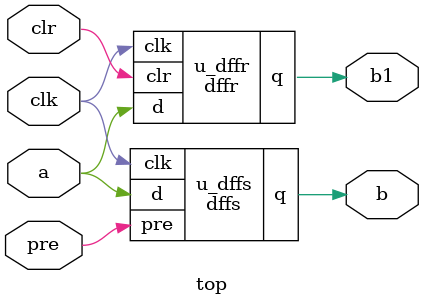
<source format=v>
module dffs
    ( input d, clk, pre, output reg q );
    initial begin
      q = 0;
    end
	always @( posedge clk, negedge pre )
		if ( !pre )
`ifndef BUG
			q <= 1'b1;
`else
			q <= d;
`endif
		else
            q <= d;
endmodule

module dffr
    ( input d, clk, clr, output reg q );
    initial begin
      q = 0;
    end
	always @( posedge clk, negedge clr )
		if ( !clr )
`ifndef BUG
			q <= 1'b0;
`else
			q <= d;
`endif
		else
            q <= d;
endmodule

module top (
input clk,
input clr,
input pre,
input a,
output b,b1
);

dffs u_dffs (
        .clk (clk ),
        .pre (pre),
        .d (a ),
        .q (b )
    );

dffr u_dffr (
        .clk (clk ),
        .clr (clr ),
        .d (a ),
        .q (b1 )
    );

endmodule

</source>
